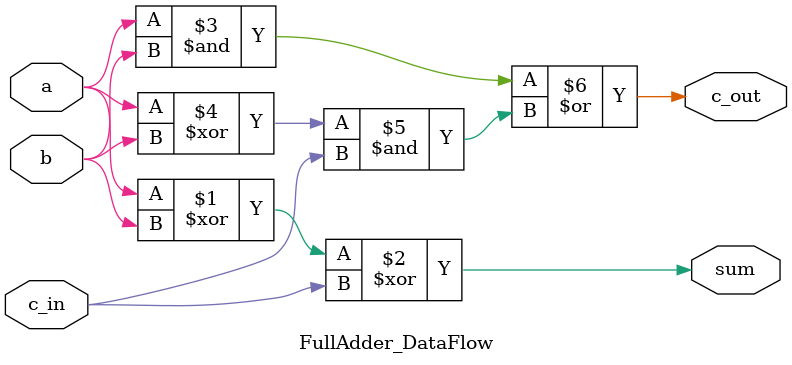
<source format=v>


module FullAdder_DataFlow(a, b, c_in, sum, c_out);

	input a, b, c_in; 
	output sum, c_out;
	
	assign sum = ((a ^ b) ^ c_in);
	assign c_out = ((a & b) | ((a ^ b) & c_in));

endmodule
</source>
